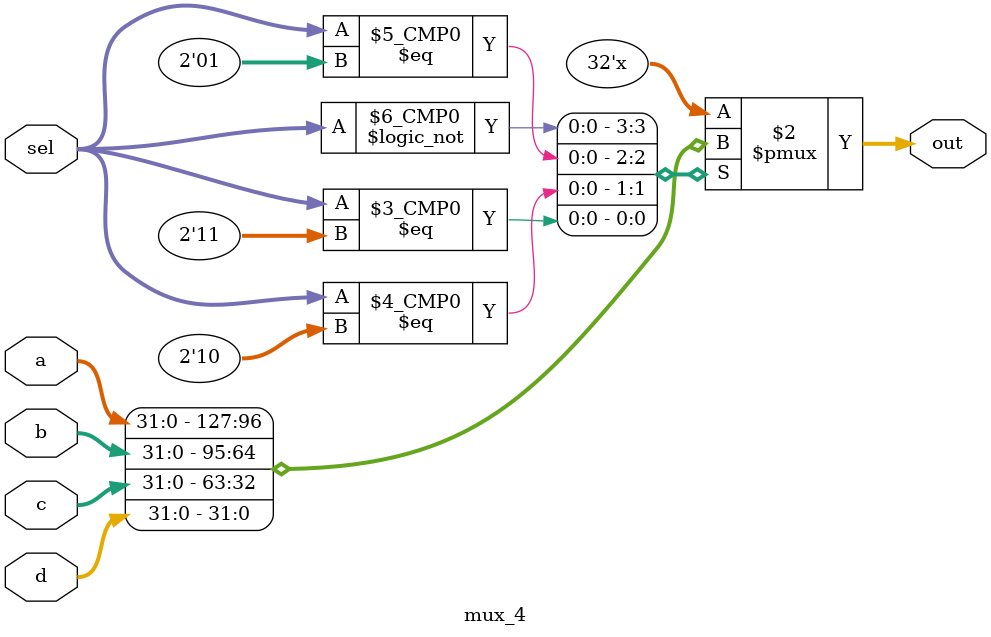
<source format=v>
`timescale 1ns / 1ps

module mux_4 #(parameter DATA_WIDTH  = 32)(
    input wire [DATA_WIDTH - 1:0] a, b, c, d,
    input wire [1:0] sel,
    output reg [DATA_WIDTH - 1:0] out
    );
    
    always @(*) begin
        case(sel)
            2'b00: out = a;
            2'b01: out = b;
            2'b10: out = c;
            2'b11: out = d;
        endcase
    end
endmodule

</source>
